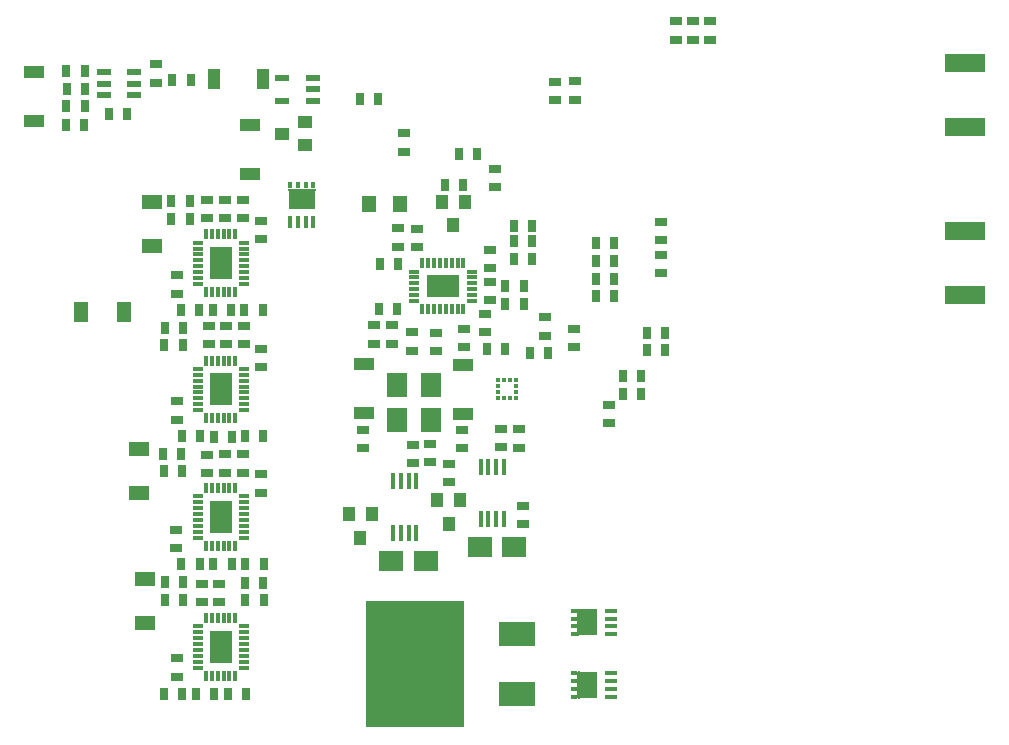
<source format=gbr>
G04 EAGLE Gerber RS-274X export*
G75*
%MOMM*%
%FSLAX34Y34*%
%LPD*%
%INSolderpaste Bottom*%
%IPPOS*%
%AMOC8*
5,1,8,0,0,1.08239X$1,22.5*%
G01*
%ADD10R,3.050000X2.030000*%
%ADD11R,8.380000X10.660000*%
%ADD12R,0.350000X0.300000*%
%ADD13R,0.300000X0.350000*%
%ADD14R,0.650000X1.000000*%
%ADD15R,2.150000X1.800000*%
%ADD16R,1.000000X0.650000*%
%ADD17R,1.200000X1.400000*%
%ADD18R,1.800000X1.300000*%
%ADD19R,1.300000X1.800000*%
%ADD20R,1.800000X2.150000*%
%ADD21R,0.300000X0.850000*%
%ADD22R,0.850000X0.300000*%
%ADD23R,2.750000X1.905000*%
%ADD24R,1.720000X1.120000*%
%ADD25R,1.120000X1.720000*%
%ADD26R,1.250000X0.600000*%
%ADD27R,0.450000X1.400000*%
%ADD28R,0.405000X0.990000*%
%ADD29R,0.405000X0.510000*%
%ADD30R,2.235000X1.725000*%
%ADD31R,0.200000X0.250000*%
%ADD32R,1.000000X1.270000*%
%ADD33R,1.270000X1.000000*%
%ADD34R,0.990000X0.405000*%
%ADD35R,0.510000X0.405000*%
%ADD36R,1.725000X2.235000*%
%ADD37R,0.250000X0.200000*%
%ADD38R,1.905000X2.750000*%
%ADD39R,1.200000X0.550000*%
%ADD40R,3.500000X1.500000*%


D10*
X505960Y493600D03*
X505960Y442800D03*
D11*
X419800Y468200D03*
D12*
X505420Y709000D03*
X505420Y704000D03*
X505420Y699000D03*
X505420Y694000D03*
D13*
X500300Y694000D03*
X495300Y694000D03*
D12*
X490180Y694000D03*
X490180Y699000D03*
X490180Y704000D03*
X490180Y709000D03*
D13*
X495300Y709000D03*
X500300Y709000D03*
D14*
X373050Y946400D03*
X388550Y946400D03*
X588050Y809700D03*
X572550Y809700D03*
D15*
X474350Y567300D03*
X503850Y567300D03*
D16*
X511100Y602550D03*
X511100Y587050D03*
X420900Y821550D03*
X420900Y837050D03*
D14*
X405150Y807000D03*
X389650Y807000D03*
D16*
X385000Y739750D03*
X385000Y755250D03*
X461000Y736650D03*
X461000Y752150D03*
X437000Y733550D03*
X437000Y749050D03*
X479000Y749450D03*
X479000Y764950D03*
X483000Y803350D03*
X483000Y818850D03*
X583500Y672250D03*
X583500Y687750D03*
D14*
X503250Y839300D03*
X518750Y839300D03*
X595350Y712000D03*
X610850Y712000D03*
X503250Y826300D03*
X518750Y826300D03*
X588150Y779700D03*
X572650Y779700D03*
X496150Y788300D03*
X511650Y788300D03*
X496050Y773300D03*
X511550Y773300D03*
D16*
X529300Y762050D03*
X529300Y746550D03*
D14*
X480450Y735100D03*
X495950Y735100D03*
X516650Y731700D03*
X532150Y731700D03*
X615950Y734300D03*
X631450Y734300D03*
D16*
X669600Y1012550D03*
X669600Y997050D03*
X655200Y1012550D03*
X655200Y997050D03*
X640800Y1012550D03*
X640800Y997050D03*
X487400Y887550D03*
X487400Y872050D03*
D14*
X139850Y970800D03*
X124350Y970800D03*
X139750Y924800D03*
X124250Y924800D03*
X175850Y933800D03*
X160350Y933800D03*
X214050Y963200D03*
X229550Y963200D03*
D17*
X380700Y858300D03*
X406700Y858300D03*
D16*
X554400Y736950D03*
X554400Y752450D03*
D14*
X275650Y537100D03*
X291150Y537100D03*
X503250Y811300D03*
X518750Y811300D03*
D16*
X253900Y520750D03*
X253900Y536250D03*
X218100Y473150D03*
X218100Y457650D03*
D18*
X190700Y540400D03*
X190700Y503400D03*
D14*
X207050Y443100D03*
X222550Y443100D03*
X261150Y443100D03*
X276650Y443100D03*
D16*
X273900Y630350D03*
X273900Y645850D03*
X258900Y630450D03*
X258900Y645950D03*
X217100Y582050D03*
X217100Y566550D03*
D18*
X185600Y650400D03*
X185600Y613400D03*
D14*
X588050Y824700D03*
X572550Y824700D03*
X221750Y553100D03*
X237250Y553100D03*
X275850Y553100D03*
X291350Y553100D03*
D16*
X274900Y739450D03*
X274900Y754950D03*
X259900Y739350D03*
X259900Y754850D03*
X218100Y690750D03*
X218100Y675250D03*
D19*
X136600Y766100D03*
X173600Y766100D03*
D14*
X222450Y661100D03*
X237950Y661100D03*
X275550Y661100D03*
X291050Y661100D03*
X588150Y794700D03*
X572650Y794700D03*
D16*
X273900Y845750D03*
X273900Y861250D03*
X258900Y845650D03*
X258900Y861150D03*
X218100Y797450D03*
X218100Y781950D03*
D18*
X196600Y859300D03*
X196600Y822300D03*
D14*
X221350Y768100D03*
X236850Y768100D03*
X275250Y768100D03*
X290750Y768100D03*
D20*
X404600Y674850D03*
X404600Y704350D03*
D16*
X448100Y637650D03*
X448100Y622150D03*
D15*
X399550Y555300D03*
X429050Y555300D03*
D20*
X433300Y674850D03*
X433300Y704350D03*
D21*
X460600Y768700D03*
X455600Y768700D03*
X450600Y768700D03*
X445600Y768700D03*
X440600Y768700D03*
X435600Y768700D03*
X430600Y768700D03*
X425600Y768700D03*
D22*
X418600Y775700D03*
X418600Y780700D03*
X418600Y785700D03*
X418600Y790700D03*
X418600Y795700D03*
X418600Y800700D03*
D21*
X425600Y807700D03*
X430600Y807700D03*
X435600Y807700D03*
X440600Y807700D03*
X445600Y807700D03*
X450600Y807700D03*
X455600Y807700D03*
X460600Y807700D03*
D22*
X467600Y800700D03*
X467600Y795700D03*
X467600Y790700D03*
X467600Y785700D03*
X467600Y780700D03*
X467600Y775700D03*
D23*
X443100Y788200D03*
D24*
X97200Y928250D03*
X97200Y969750D03*
X460200Y679950D03*
X460200Y721450D03*
X280300Y924650D03*
X280300Y883150D03*
D25*
X249350Y963800D03*
X290850Y963800D03*
D24*
X376200Y681050D03*
X376200Y722550D03*
D26*
X156300Y950400D03*
X156300Y959900D03*
X156300Y969400D03*
X181300Y969400D03*
X181300Y959900D03*
X181300Y950400D03*
D27*
X401150Y623300D03*
X407650Y623300D03*
X414150Y623300D03*
X420650Y623300D03*
X420650Y579300D03*
X414150Y579300D03*
X407650Y579300D03*
X401150Y579300D03*
X475150Y635300D03*
X481650Y635300D03*
X488150Y635300D03*
X494650Y635300D03*
X494650Y591300D03*
X488150Y591300D03*
X481650Y591300D03*
X475150Y591300D03*
D14*
X233850Y443000D03*
X249350Y443000D03*
X248950Y553000D03*
X264450Y553000D03*
X249050Y661000D03*
X264550Y661000D03*
X248350Y768000D03*
X263850Y768000D03*
D16*
X483000Y776250D03*
X483000Y791750D03*
D14*
X631650Y749000D03*
X616150Y749000D03*
D16*
X200000Y960550D03*
X200000Y976050D03*
D28*
X333520Y842550D03*
X326920Y842550D03*
X320320Y842550D03*
X313720Y842550D03*
D29*
X313720Y873650D03*
X320320Y873650D03*
X326920Y873650D03*
X333520Y873650D03*
D30*
X323620Y862480D03*
D31*
X312640Y869850D03*
X334560Y869850D03*
D32*
X448100Y586900D03*
X457600Y606900D03*
X438600Y606900D03*
X373400Y575100D03*
X382900Y595100D03*
X363900Y595100D03*
X452100Y839900D03*
X461600Y859900D03*
X442600Y859900D03*
D33*
X306900Y917600D03*
X326900Y908100D03*
X326900Y927100D03*
D34*
X585350Y460520D03*
X585350Y453920D03*
X585350Y447320D03*
X585350Y440720D03*
D35*
X554250Y440720D03*
X554250Y447320D03*
X554250Y453920D03*
X554250Y460520D03*
D36*
X565420Y450620D03*
D37*
X558050Y439640D03*
X558050Y461560D03*
D34*
X585250Y513520D03*
X585250Y506920D03*
X585250Y500320D03*
X585250Y493720D03*
D35*
X554150Y493720D03*
X554150Y500320D03*
X554150Y506920D03*
X554150Y513520D03*
D36*
X565320Y503620D03*
D37*
X557950Y492640D03*
X557950Y514560D03*
D14*
X140350Y955600D03*
X124850Y955600D03*
X456650Y899900D03*
X472150Y899900D03*
X139950Y941100D03*
X124450Y941100D03*
X611050Y697100D03*
X595550Y697100D03*
D16*
X410400Y917850D03*
X410400Y902350D03*
X238900Y536150D03*
X238900Y520650D03*
D14*
X291450Y522600D03*
X275950Y522600D03*
X223050Y522800D03*
X207550Y522800D03*
X207550Y537800D03*
X223050Y537800D03*
D16*
X243900Y645750D03*
X243900Y630250D03*
X289400Y629150D03*
X289400Y613650D03*
D14*
X222450Y631600D03*
X206950Y631600D03*
X206150Y645900D03*
X221650Y645900D03*
D16*
X244900Y754950D03*
X244900Y739450D03*
X289400Y735550D03*
X289400Y720050D03*
D14*
X222850Y738600D03*
X207350Y738600D03*
X207550Y752900D03*
X223050Y752900D03*
D16*
X243800Y861150D03*
X243800Y845650D03*
X289400Y843750D03*
X289400Y828250D03*
D14*
X228850Y845600D03*
X213350Y845600D03*
X213350Y860100D03*
X228850Y860100D03*
D16*
X538100Y946050D03*
X538100Y961550D03*
X375800Y666850D03*
X375800Y651350D03*
X417800Y653750D03*
X417800Y638250D03*
X432600Y639450D03*
X432600Y654950D03*
X459800Y666650D03*
X459800Y651150D03*
X492800Y667550D03*
X492800Y652050D03*
X507600Y651550D03*
X507600Y667050D03*
D14*
X388850Y769400D03*
X404350Y769400D03*
D16*
X405400Y837250D03*
X405400Y821750D03*
X417400Y749350D03*
X417400Y733850D03*
X399800Y755050D03*
X399800Y739550D03*
X555100Y946150D03*
X555100Y961650D03*
D14*
X460150Y874200D03*
X444650Y874200D03*
D22*
X235500Y465400D03*
X235500Y470400D03*
X235500Y475400D03*
X235500Y480400D03*
X235500Y485400D03*
X235500Y490400D03*
X235500Y495400D03*
X235500Y500400D03*
D21*
X242500Y507400D03*
X247500Y507400D03*
X252500Y507400D03*
X257500Y507400D03*
X262500Y507400D03*
X267500Y507400D03*
D22*
X274500Y500400D03*
X274500Y495400D03*
X274500Y490400D03*
X274500Y485400D03*
X274500Y480400D03*
X274500Y475400D03*
X274500Y470400D03*
X274500Y465400D03*
D21*
X267500Y458400D03*
X262500Y458400D03*
X257500Y458400D03*
X252500Y458400D03*
X247500Y458400D03*
X242500Y458400D03*
D38*
X255000Y482900D03*
D22*
X235500Y575400D03*
X235500Y580400D03*
X235500Y585400D03*
X235500Y590400D03*
X235500Y595400D03*
X235500Y600400D03*
X235500Y605400D03*
X235500Y610400D03*
D21*
X242500Y617400D03*
X247500Y617400D03*
X252500Y617400D03*
X257500Y617400D03*
X262500Y617400D03*
X267500Y617400D03*
D22*
X274500Y610400D03*
X274500Y605400D03*
X274500Y600400D03*
X274500Y595400D03*
X274500Y590400D03*
X274500Y585400D03*
X274500Y580400D03*
X274500Y575400D03*
D21*
X267500Y568400D03*
X262500Y568400D03*
X257500Y568400D03*
X252500Y568400D03*
X247500Y568400D03*
X242500Y568400D03*
D38*
X255000Y592900D03*
D22*
X235500Y683400D03*
X235500Y688400D03*
X235500Y693400D03*
X235500Y698400D03*
X235500Y703400D03*
X235500Y708400D03*
X235500Y713400D03*
X235500Y718400D03*
D21*
X242500Y725400D03*
X247500Y725400D03*
X252500Y725400D03*
X257500Y725400D03*
X262500Y725400D03*
X267500Y725400D03*
D22*
X274500Y718400D03*
X274500Y713400D03*
X274500Y708400D03*
X274500Y703400D03*
X274500Y698400D03*
X274500Y693400D03*
X274500Y688400D03*
X274500Y683400D03*
D21*
X267500Y676400D03*
X262500Y676400D03*
X257500Y676400D03*
X252500Y676400D03*
X247500Y676400D03*
X242500Y676400D03*
D38*
X255000Y700900D03*
D22*
X235500Y790200D03*
X235500Y795200D03*
X235500Y800200D03*
X235500Y805200D03*
X235500Y810200D03*
X235500Y815200D03*
X235500Y820200D03*
X235500Y825200D03*
D21*
X242500Y832200D03*
X247500Y832200D03*
X252500Y832200D03*
X257500Y832200D03*
X262500Y832200D03*
X267500Y832200D03*
D22*
X274500Y825200D03*
X274500Y820200D03*
X274500Y815200D03*
X274500Y810200D03*
X274500Y805200D03*
X274500Y800200D03*
X274500Y795200D03*
X274500Y790200D03*
D21*
X267500Y783200D03*
X262500Y783200D03*
X257500Y783200D03*
X252500Y783200D03*
X247500Y783200D03*
X242500Y783200D03*
D38*
X255000Y807700D03*
D39*
X333100Y964400D03*
X333100Y954900D03*
X333100Y945400D03*
X307100Y945400D03*
X307100Y964400D03*
D40*
X885000Y923000D03*
X885000Y977000D03*
X885000Y781000D03*
X885000Y835000D03*
D16*
X628000Y814750D03*
X628000Y799250D03*
X628000Y827250D03*
X628000Y842750D03*
M02*

</source>
